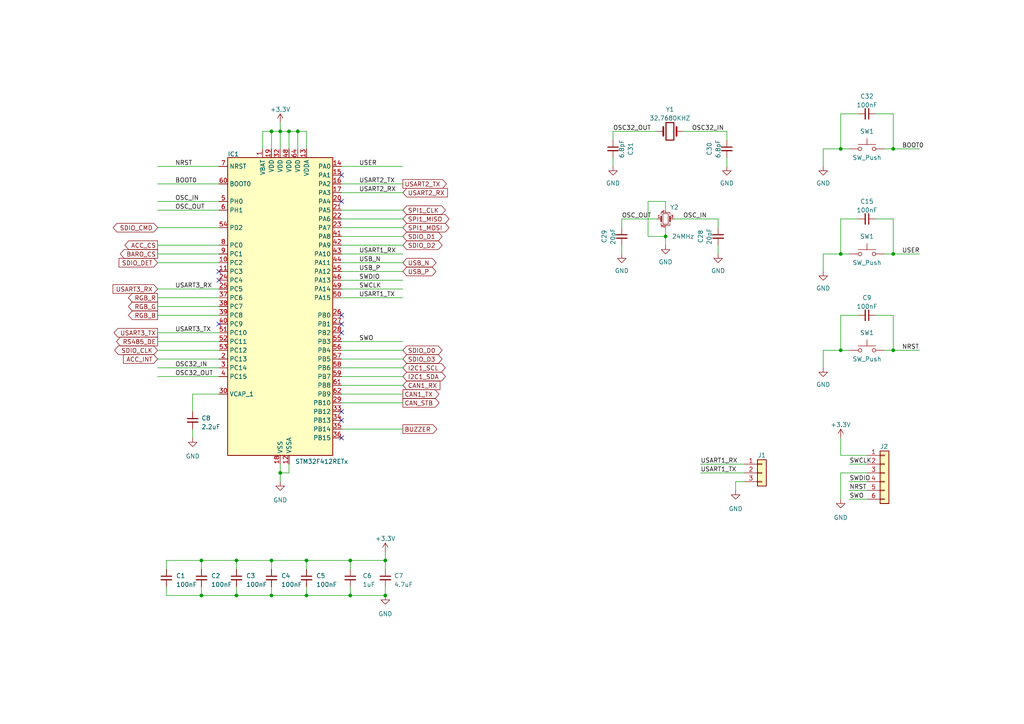
<source format=kicad_sch>
(kicad_sch (version 20230121) (generator eeschema)
  (paper "A4")
  (lib_symbols
    (symbol "Connector_Generic:Conn_01x03" (pin_names (offset 1.016) hide)
      (property "Reference" "J" (at 0 5.08 0))
      (property "Value" "Conn_01x03" (at 0 -5.08 0))
      (symbol "Conn_01x03_1_1"
        (rectangle (start -1.27 -2.413) (end 0 -2.667) (stroke (width 0.1524)))
        (rectangle (start -1.27 0.127) (end 0 -0.127) (stroke (width 0.1524)))
        (rectangle (start -1.27 2.667) (end 0 2.413) (stroke (width 0.1524)))
        (rectangle (start -1.27 3.81) (end 1.27 -3.81) (stroke (width 0.254)) (fill (type background)))
        (pin passive line (at -5.08 2.54 0) (length 3.81) (name "Pin_1") (number "1"))
        (pin passive line (at -5.08 0 0) (length 3.81) (name "Pin_2") (number "2"))
        (pin passive line (at -5.08 -2.54 0) (length 3.81) (name "Pin_3") (number "3"))
      )
    )
    (symbol "Connector_Generic:Conn_01x06" (pin_names (offset 1.016) hide)
      (property "Reference" "J" (at 0 7.62 0))
      (property "Value" "Conn_01x06" (at 0 -10.16 0))
      (symbol "Conn_01x06_1_1"
        (rectangle (start -1.27 -7.493) (end 0 -7.747) (stroke (width 0.1524)))
        (rectangle (start -1.27 -4.953) (end 0 -5.207) (stroke (width 0.1524)))
        (rectangle (start -1.27 -2.413) (end 0 -2.667) (stroke (width 0.1524)))
        (rectangle (start -1.27 0.127) (end 0 -0.127) (stroke (width 0.1524)))
        (rectangle (start -1.27 2.667) (end 0 2.413) (stroke (width 0.1524)))
        (rectangle (start -1.27 5.207) (end 0 4.953) (stroke (width 0.1524)))
        (rectangle (start -1.27 6.35) (end 1.27 -8.89) (stroke (width 0.254)) (fill (type background)))
        (pin passive line (at -5.08 5.08 0) (length 3.81) (name "Pin_1") (number "1"))
        (pin passive line (at -5.08 2.54 0) (length 3.81) (name "Pin_2") (number "2"))
        (pin passive line (at -5.08 0 0) (length 3.81) (name "Pin_3") (number "3"))
        (pin passive line (at -5.08 -2.54 0) (length 3.81) (name "Pin_4") (number "4"))
        (pin passive line (at -5.08 -5.08 0) (length 3.81) (name "Pin_5") (number "5"))
        (pin passive line (at -5.08 -7.62 0) (length 3.81) (name "Pin_6") (number "6"))
      )
    )
    (symbol "Device:C_Small" (pin_numbers hide) (pin_names (offset 0.254) hide)
      (property "Reference" "C" (at 0.254 1.778 0))
      (property "Value" "C_Small" (at 0.254 -2.032 0))
      (symbol "C_Small_0_1"
        (polyline (pts (xy -1.524 -0.508) (xy 1.524 -0.508)) (stroke (width 0.3302)))
        (polyline (pts (xy -1.524 0.508) (xy 1.524 0.508)) (stroke (width 0.3048)))
      )
      (symbol "C_Small_1_1"
        (pin passive line (at 0 2.54 270) (length 2.032) (name "~") (number "1"))
        (pin passive line (at 0 -2.54 90) (length 2.032) (name "~") (number "2"))
      )
    )
    (symbol "Device:Crystal" (pin_numbers hide) (pin_names (offset 1.016) hide)
      (property "Reference" "Y" (at 0 3.81 0))
      (property "Value" "Crystal" (at 0 -3.81 0))
      (symbol "Crystal_0_1"
        (rectangle (start -1.143 2.54) (end 1.143 -2.54) (stroke (width 0.3048)))
        (polyline (pts (xy -2.54 0) (xy -1.905 0)))
        (polyline (pts (xy -1.905 -1.27) (xy -1.905 1.27)) (stroke (width 0.508)))
        (polyline (pts (xy 1.905 -1.27) (xy 1.905 1.27)) (stroke (width 0.508)))
        (polyline (pts (xy 2.54 0) (xy 1.905 0)))
      )
      (symbol "Crystal_1_1"
        (pin passive line (at -3.81 0 0) (length 1.27) (name "1") (number "1"))
        (pin passive line (at 3.81 0 180) (length 1.27) (name "2") (number "2"))
      )
    )
    (symbol "Device:Crystal_GND24_Small" (pin_names (offset 1.016) hide)
      (property "Reference" "Y" (at 1.27 4.445 0))
      (property "Value" "Crystal_GND24_Small" (at 1.27 2.54 0))
      (symbol "Crystal_GND24_Small_0_1"
        (rectangle (start -0.762 -1.524) (end 0.762 1.524))
        (polyline (pts (xy -1.27 -0.762) (xy -1.27 0.762)) (stroke (width 0.381)))
        (polyline (pts (xy 1.27 -0.762) (xy 1.27 0.762)) (stroke (width 0.381)))
        (polyline (pts (xy -1.27 -1.27) (xy -1.27 -1.905) (xy 1.27 -1.905) (xy 1.27 -1.27)))
        (polyline (pts (xy -1.27 1.27) (xy -1.27 1.905) (xy 1.27 1.905) (xy 1.27 1.27)))
      )
      (symbol "Crystal_GND24_Small_1_1"
        (pin passive line (at -2.54 0 0) (length 1.27) (name "1") (number "1"))
        (pin passive line (at 0 -2.54 90) (length 0.635) (name "2") (number "2"))
        (pin passive line (at 2.54 0 180) (length 1.27) (name "3") (number "3"))
        (pin passive line (at 0 2.54 270) (length 0.635) (name "4") (number "4"))
      )
    )
    (symbol "MCU_ST_STM32F4:STM32F412RETx"
      (property "Reference" "U" (at -15.24 44.45 0))
      (property "Value" "STM32F412RETx" (at 10.16 44.45 0))
      (symbol "STM32F412RETx_0_1"
        (rectangle (start -15.24 -43.18) (end 15.24 43.18) (stroke (width 0.254)) (fill (type background)))
      )
      (symbol "STM32F412RETx_1_1"
        (pin power_in line (at -5.08 45.72 270) (length 2.54) (name "VBAT") (number "1"))
        (pin bidirectional line (at -17.78 12.7 0) (length 2.54) (name "PC2") (number "10"))
        (pin bidirectional line (at -17.78 10.16 0) (length 2.54) (name "PC3") (number "11"))
        (pin power_in line (at 2.54 -45.72 90) (length 2.54) (name "VSSA") (number "12"))
        (pin power_in line (at 7.62 45.72 270) (length 2.54) (name "VDDA") (number "13"))
        (pin bidirectional line (at 17.78 40.64 180) (length 2.54) (name "PA0") (number "14"))
        (pin bidirectional line (at 17.78 38.1 180) (length 2.54) (name "PA1") (number "15"))
        (pin bidirectional line (at 17.78 35.56 180) (length 2.54) (name "PA2") (number "16"))
        (pin bidirectional line (at 17.78 33.02 180) (length 2.54) (name "PA3") (number "17"))
        (pin power_in line (at 0 -45.72 90) (length 2.54) (name "VSS") (number "18"))
        (pin power_in line (at -2.54 45.72 270) (length 2.54) (name "VDD") (number "19"))
        (pin bidirectional line (at -17.78 -15.24 0) (length 2.54) (name "PC13") (number "2"))
        (pin bidirectional line (at 17.78 30.48 180) (length 2.54) (name "PA4") (number "20"))
        (pin bidirectional line (at 17.78 27.94 180) (length 2.54) (name "PA5") (number "21"))
        (pin bidirectional line (at 17.78 25.4 180) (length 2.54) (name "PA6") (number "22"))
        (pin bidirectional line (at 17.78 22.86 180) (length 2.54) (name "PA7") (number "23"))
        (pin bidirectional line (at -17.78 7.62 0) (length 2.54) (name "PC4") (number "24"))
        (pin bidirectional line (at -17.78 5.08 0) (length 2.54) (name "PC5") (number "25"))
        (pin bidirectional line (at 17.78 -2.54 180) (length 2.54) (name "PB0") (number "26"))
        (pin bidirectional line (at 17.78 -5.08 180) (length 2.54) (name "PB1") (number "27"))
        (pin bidirectional line (at 17.78 -7.62 180) (length 2.54) (name "PB2") (number "28"))
        (pin bidirectional line (at 17.78 -27.94 180) (length 2.54) (name "PB10") (number "29"))
        (pin bidirectional line (at -17.78 -17.78 0) (length 2.54) (name "PC14") (number "3"))
        (pin power_out line (at -17.78 -25.4 0) (length 2.54) (name "VCAP_1") (number "30"))
        (pin passive line (at 0 -45.72 90) (length 2.54) hide (name "VSS") (number "31"))
        (pin power_in line (at 0 45.72 270) (length 2.54) (name "VDD") (number "32"))
        (pin bidirectional line (at 17.78 -30.48 180) (length 2.54) (name "PB12") (number "33"))
        (pin bidirectional line (at 17.78 -33.02 180) (length 2.54) (name "PB13") (number "34"))
        (pin bidirectional line (at 17.78 -35.56 180) (length 2.54) (name "PB14") (number "35"))
        (pin bidirectional line (at 17.78 -38.1 180) (length 2.54) (name "PB15") (number "36"))
        (pin bidirectional line (at -17.78 2.54 0) (length 2.54) (name "PC6") (number "37"))
        (pin bidirectional line (at -17.78 0 0) (length 2.54) (name "PC7") (number "38"))
        (pin bidirectional line (at -17.78 -2.54 0) (length 2.54) (name "PC8") (number "39"))
        (pin bidirectional line (at -17.78 -20.32 0) (length 2.54) (name "PC15") (number "4"))
        (pin bidirectional line (at -17.78 -5.08 0) (length 2.54) (name "PC9") (number "40"))
        (pin bidirectional line (at 17.78 20.32 180) (length 2.54) (name "PA8") (number "41"))
        (pin bidirectional line (at 17.78 17.78 180) (length 2.54) (name "PA9") (number "42"))
        (pin bidirectional line (at 17.78 15.24 180) (length 2.54) (name "PA10") (number "43"))
        (pin bidirectional line (at 17.78 12.7 180) (length 2.54) (name "PA11") (number "44"))
        (pin bidirectional line (at 17.78 10.16 180) (length 2.54) (name "PA12") (number "45"))
        (pin bidirectional line (at 17.78 7.62 180) (length 2.54) (name "PA13") (number "46"))
        (pin passive line (at 0 -45.72 90) (length 2.54) hide (name "VSS") (number "47"))
        (pin power_in line (at 2.54 45.72 270) (length 2.54) (name "VDD") (number "48"))
        (pin bidirectional line (at 17.78 5.08 180) (length 2.54) (name "PA14") (number "49"))
        (pin bidirectional line (at -17.78 30.48 0) (length 2.54) (name "PH0") (number "5"))
        (pin bidirectional line (at 17.78 2.54 180) (length 2.54) (name "PA15") (number "50"))
        (pin bidirectional line (at -17.78 -7.62 0) (length 2.54) (name "PC10") (number "51"))
        (pin bidirectional line (at -17.78 -10.16 0) (length 2.54) (name "PC11") (number "52"))
        (pin bidirectional line (at -17.78 -12.7 0) (length 2.54) (name "PC12") (number "53"))
        (pin bidirectional line (at -17.78 22.86 0) (length 2.54) (name "PD2") (number "54"))
        (pin bidirectional line (at 17.78 -10.16 180) (length 2.54) (name "PB3") (number "55"))
        (pin bidirectional line (at 17.78 -12.7 180) (length 2.54) (name "PB4") (number "56"))
        (pin bidirectional line (at 17.78 -15.24 180) (length 2.54) (name "PB5") (number "57"))
        (pin bidirectional line (at 17.78 -17.78 180) (length 2.54) (name "PB6") (number "58"))
        (pin bidirectional line (at 17.78 -20.32 180) (length 2.54) (name "PB7") (number "59"))
        (pin bidirectional line (at -17.78 27.94 0) (length 2.54) (name "PH1") (number "6"))
        (pin input line (at -17.78 35.56 0) (length 2.54) (name "BOOT0") (number "60"))
        (pin bidirectional line (at 17.78 -22.86 180) (length 2.54) (name "PB8") (number "61"))
        (pin bidirectional line (at 17.78 -25.4 180) (length 2.54) (name "PB9") (number "62"))
        (pin passive line (at 0 -45.72 90) (length 2.54) hide (name "VSS") (number "63"))
        (pin power_in line (at 5.08 45.72 270) (length 2.54) (name "VDD") (number "64"))
        (pin input line (at -17.78 40.64 0) (length 2.54) (name "NRST") (number "7"))
        (pin bidirectional line (at -17.78 17.78 0) (length 2.54) (name "PC0") (number "8"))
        (pin bidirectional line (at -17.78 15.24 0) (length 2.54) (name "PC1") (number "9"))
      )
    )
    (symbol "Switch:SW_Push" (pin_numbers hide) (pin_names (offset 1.016) hide)
      (property "Reference" "SW" (at 1.27 2.54 0))
      (property "Value" "SW_Push" (at 0 -1.524 0))
      (symbol "SW_Push_0_1"
        (circle (center -2.032 0) (radius 0.508))
        (polyline (pts (xy 0 1.27) (xy 0 3.048)))
        (polyline (pts (xy 2.54 1.27) (xy -2.54 1.27)))
        (circle (center 2.032 0) (radius 0.508))
        (pin passive line (at -5.08 0 0) (length 2.54) (name "1") (number "1"))
        (pin passive line (at 5.08 0 180) (length 2.54) (name "2") (number "2"))
      )
    )
    (symbol "power:+3.3V" (power) (pin_names (offset 0))
      (property "Value" "+3.3V" (at 0 3.556 0))
      (symbol "+3.3V_0_1"
        (polyline (pts (xy -0.762 1.27) (xy 0 2.54)))
        (polyline (pts (xy 0 0) (xy 0 2.54)))
        (polyline (pts (xy 0 2.54) (xy 0.762 1.27)))
      )
      (symbol "+3.3V_1_1"
        (pin power_in line (at 0 0 90) (length 0) hide (name "+3.3V") (number "1"))
      )
    )
    (symbol "power:GND" (power) (pin_names (offset 0))
      (property "Value" "GND" (at 0 -3.81 0))
      (symbol "GND_0_1"
        (polyline (pts (xy 0 0) (xy 0 -1.27) (xy 1.27 -1.27) (xy 0 -2.54) (xy -1.27 -1.27) (xy 0 -1.27)))
      )
      (symbol "GND_1_1"
        (pin power_in line (at 0 0 270) (length 0) hide (name "GND") (number "1"))
      )
    )
  )
  (junction (at 78.74 38.1))
  (junction (at 78.74 162.56))
  (junction (at 111.76 162.56))
  (junction (at 81.28 38.1))
  (junction (at 259.08 101.6))
  (junction (at 101.6 162.56))
  (junction (at 81.28 137.16))
  (junction (at 88.9 162.56))
  (junction (at 243.84 43.18))
  (junction (at 111.76 172.72))
  (junction (at 193.04 68.58))
  (junction (at 88.9 172.72))
  (junction (at 259.08 43.18))
  (junction (at 68.58 162.56))
  (junction (at 68.58 172.72))
  (junction (at 101.6 172.72))
  (junction (at 243.84 73.66))
  (junction (at 243.84 101.6))
  (junction (at 58.42 172.72))
  (junction (at 86.36 38.1))
  (junction (at 58.42 162.56))
  (junction (at 83.82 38.1))
  (junction (at 259.08 73.66))
  (junction (at 78.74 172.72))
  (no_connect (at 99.06 91.44))
  (no_connect (at 63.5 78.74))
  (no_connect (at 99.06 119.38))
  (no_connect (at 63.5 93.98))
  (no_connect (at 99.06 93.98))
  (no_connect (at 63.5 81.28))
  (no_connect (at 99.06 96.52))
  (no_connect (at 99.06 50.8))
  (no_connect (at 99.06 121.92))
  (no_connect (at 99.06 58.42))
  (no_connect (at 99.06 127))
  (wire (pts (xy 99.06 76.2) (xy 116.84 76.2)))
  (wire (pts (xy 243.84 132.08) (xy 243.84 127)))
  (wire (pts (xy 68.58 162.56) (xy 68.58 165.1)))
  (wire (pts (xy 210.82 38.1) (xy 210.82 40.64)))
  (wire (pts (xy 238.76 101.6) (xy 243.84 101.6)))
  (wire (pts (xy 81.28 35.56) (xy 81.28 38.1)))
  (wire (pts (xy 259.08 101.6) (xy 256.54 101.6)))
  (wire (pts (xy 259.08 43.18) (xy 256.54 43.18)))
  (wire (pts (xy 238.76 78.74) (xy 238.76 73.66)))
  (wire (pts (xy 63.5 106.68) (xy 45.72 106.68)))
  (wire (pts (xy 99.06 55.88) (xy 116.84 55.88)))
  (wire (pts (xy 48.26 170.18) (xy 48.26 172.72)))
  (wire (pts (xy 78.74 162.56) (xy 78.74 165.1)))
  (wire (pts (xy 238.76 73.66) (xy 243.84 73.66)))
  (wire (pts (xy 68.58 162.56) (xy 58.42 162.56)))
  (wire (pts (xy 259.08 91.44) (xy 254 91.44)))
  (wire (pts (xy 45.72 104.14) (xy 63.5 104.14)))
  (wire (pts (xy 83.82 38.1) (xy 83.82 43.18)))
  (wire (pts (xy 198.12 38.1) (xy 210.82 38.1)))
  (wire (pts (xy 238.76 48.26) (xy 238.76 43.18)))
  (wire (pts (xy 99.06 116.84) (xy 116.84 116.84)))
  (wire (pts (xy 63.5 99.06) (xy 45.72 99.06)))
  (wire (pts (xy 78.74 162.56) (xy 68.58 162.56)))
  (wire (pts (xy 243.84 63.5) (xy 243.84 73.66)))
  (wire (pts (xy 99.06 111.76) (xy 116.84 111.76)))
  (wire (pts (xy 99.06 48.26) (xy 116.84 48.26)))
  (wire (pts (xy 88.9 162.56) (xy 78.74 162.56)))
  (wire (pts (xy 78.74 43.18) (xy 78.74 38.1)))
  (wire (pts (xy 259.08 33.02) (xy 259.08 43.18)))
  (wire (pts (xy 55.88 119.38) (xy 55.88 114.3)))
  (wire (pts (xy 193.04 68.58) (xy 193.04 71.12)))
  (wire (pts (xy 243.84 132.08) (xy 251.46 132.08)))
  (wire (pts (xy 99.06 86.36) (xy 116.84 86.36)))
  (wire (pts (xy 180.34 71.12) (xy 180.34 73.66)))
  (wire (pts (xy 101.6 162.56) (xy 88.9 162.56)))
  (wire (pts (xy 259.08 63.5) (xy 259.08 73.66)))
  (wire (pts (xy 81.28 38.1) (xy 78.74 38.1)))
  (wire (pts (xy 243.84 91.44) (xy 243.84 101.6)))
  (wire (pts (xy 203.2 137.16) (xy 215.9 137.16)))
  (wire (pts (xy 83.82 134.62) (xy 83.82 137.16)))
  (wire (pts (xy 99.06 68.58) (xy 116.84 68.58)))
  (wire (pts (xy 195.58 63.5) (xy 208.28 63.5)))
  (wire (pts (xy 180.34 63.5) (xy 190.5 63.5)))
  (wire (pts (xy 99.06 106.68) (xy 116.84 106.68)))
  (wire (pts (xy 243.84 33.02) (xy 243.84 43.18)))
  (wire (pts (xy 63.5 58.42) (xy 45.72 58.42)))
  (wire (pts (xy 208.28 63.5) (xy 208.28 66.04)))
  (wire (pts (xy 259.08 73.66) (xy 266.7 73.66)))
  (wire (pts (xy 243.84 33.02) (xy 248.92 33.02)))
  (wire (pts (xy 88.9 170.18) (xy 88.9 172.72)))
  (wire (pts (xy 81.28 38.1) (xy 83.82 38.1)))
  (wire (pts (xy 243.84 63.5) (xy 248.92 63.5)))
  (wire (pts (xy 101.6 172.72) (xy 111.76 172.72)))
  (wire (pts (xy 243.84 137.16) (xy 243.84 144.78)))
  (wire (pts (xy 180.34 63.5) (xy 180.34 66.04)))
  (wire (pts (xy 101.6 162.56) (xy 101.6 165.1)))
  (wire (pts (xy 99.06 104.14) (xy 116.84 104.14)))
  (wire (pts (xy 78.74 172.72) (xy 68.58 172.72)))
  (wire (pts (xy 259.08 63.5) (xy 254 63.5)))
  (wire (pts (xy 99.06 60.96) (xy 116.84 60.96)))
  (wire (pts (xy 213.36 142.24) (xy 213.36 139.7)))
  (wire (pts (xy 243.84 137.16) (xy 251.46 137.16)))
  (wire (pts (xy 45.72 83.82) (xy 63.5 83.82)))
  (wire (pts (xy 55.88 124.46) (xy 55.88 127)))
  (wire (pts (xy 81.28 137.16) (xy 81.28 139.7)))
  (wire (pts (xy 86.36 38.1) (xy 88.9 38.1)))
  (wire (pts (xy 83.82 137.16) (xy 81.28 137.16)))
  (wire (pts (xy 45.72 66.04) (xy 63.5 66.04)))
  (wire (pts (xy 99.06 73.66) (xy 116.84 73.66)))
  (wire (pts (xy 88.9 172.72) (xy 78.74 172.72)))
  (wire (pts (xy 246.38 144.78) (xy 251.46 144.78)))
  (wire (pts (xy 99.06 83.82) (xy 116.84 83.82)))
  (wire (pts (xy 111.76 162.56) (xy 101.6 162.56)))
  (wire (pts (xy 76.2 38.1) (xy 76.2 43.18)))
  (wire (pts (xy 213.36 139.7) (xy 215.9 139.7)))
  (wire (pts (xy 190.5 38.1) (xy 177.8 38.1)))
  (wire (pts (xy 246.38 73.66) (xy 243.84 73.66)))
  (wire (pts (xy 45.72 76.2) (xy 63.5 76.2)))
  (wire (pts (xy 78.74 170.18) (xy 78.74 172.72)))
  (wire (pts (xy 187.96 68.58) (xy 187.96 58.42)))
  (wire (pts (xy 259.08 33.02) (xy 254 33.02)))
  (wire (pts (xy 83.82 38.1) (xy 86.36 38.1)))
  (wire (pts (xy 187.96 58.42) (xy 193.04 58.42)))
  (wire (pts (xy 238.76 43.18) (xy 243.84 43.18)))
  (wire (pts (xy 45.72 53.34) (xy 63.5 53.34)))
  (wire (pts (xy 238.76 106.68) (xy 238.76 101.6)))
  (wire (pts (xy 208.28 71.12) (xy 208.28 73.66)))
  (wire (pts (xy 88.9 38.1) (xy 88.9 43.18)))
  (wire (pts (xy 99.06 101.6) (xy 116.84 101.6)))
  (wire (pts (xy 58.42 162.56) (xy 58.42 165.1)))
  (wire (pts (xy 81.28 134.62) (xy 81.28 137.16)))
  (wire (pts (xy 68.58 170.18) (xy 68.58 172.72)))
  (wire (pts (xy 259.08 101.6) (xy 266.7 101.6)))
  (wire (pts (xy 259.08 73.66) (xy 256.54 73.66)))
  (wire (pts (xy 246.38 101.6) (xy 243.84 101.6)))
  (wire (pts (xy 55.88 114.3) (xy 63.5 114.3)))
  (wire (pts (xy 111.76 170.18) (xy 111.76 172.72)))
  (wire (pts (xy 99.06 109.22) (xy 116.84 109.22)))
  (wire (pts (xy 101.6 172.72) (xy 88.9 172.72)))
  (wire (pts (xy 246.38 134.62) (xy 251.46 134.62)))
  (wire (pts (xy 259.08 91.44) (xy 259.08 101.6)))
  (wire (pts (xy 45.72 88.9) (xy 63.5 88.9)))
  (wire (pts (xy 193.04 66.04) (xy 193.04 68.58)))
  (wire (pts (xy 99.06 63.5) (xy 116.84 63.5)))
  (wire (pts (xy 86.36 38.1) (xy 86.36 43.18)))
  (wire (pts (xy 45.72 101.6) (xy 63.5 101.6)))
  (wire (pts (xy 177.8 45.72) (xy 177.8 48.26)))
  (wire (pts (xy 246.38 43.18) (xy 243.84 43.18)))
  (wire (pts (xy 99.06 53.34) (xy 116.84 53.34)))
  (wire (pts (xy 246.38 139.7) (xy 251.46 139.7)))
  (wire (pts (xy 48.26 172.72) (xy 58.42 172.72)))
  (wire (pts (xy 45.72 91.44) (xy 63.5 91.44)))
  (wire (pts (xy 68.58 172.72) (xy 58.42 172.72)))
  (wire (pts (xy 111.76 160.02) (xy 111.76 162.56)))
  (wire (pts (xy 58.42 162.56) (xy 48.26 162.56)))
  (wire (pts (xy 193.04 68.58) (xy 187.96 68.58)))
  (wire (pts (xy 99.06 66.04) (xy 116.84 66.04)))
  (wire (pts (xy 259.08 43.18) (xy 266.7 43.18)))
  (wire (pts (xy 48.26 162.56) (xy 48.26 165.1)))
  (wire (pts (xy 193.04 58.42) (xy 193.04 60.96)))
  (wire (pts (xy 45.72 48.26) (xy 63.5 48.26)))
  (wire (pts (xy 63.5 109.22) (xy 45.72 109.22)))
  (wire (pts (xy 243.84 91.44) (xy 248.92 91.44)))
  (wire (pts (xy 101.6 170.18) (xy 101.6 172.72)))
  (wire (pts (xy 81.28 38.1) (xy 81.28 43.18)))
  (wire (pts (xy 99.06 124.46) (xy 116.84 124.46)))
  (wire (pts (xy 99.06 99.06) (xy 116.84 99.06)))
  (wire (pts (xy 45.72 96.52) (xy 63.5 96.52)))
  (wire (pts (xy 78.74 38.1) (xy 76.2 38.1)))
  (wire (pts (xy 246.38 142.24) (xy 251.46 142.24)))
  (wire (pts (xy 63.5 60.96) (xy 45.72 60.96)))
  (wire (pts (xy 99.06 81.28) (xy 116.84 81.28)))
  (wire (pts (xy 88.9 162.56) (xy 88.9 165.1)))
  (wire (pts (xy 203.2 134.62) (xy 215.9 134.62)))
  (wire (pts (xy 177.8 38.1) (xy 177.8 40.64)))
  (wire (pts (xy 58.42 172.72) (xy 58.42 170.18)))
  (wire (pts (xy 111.76 165.1) (xy 111.76 162.56)))
  (wire (pts (xy 210.82 45.72) (xy 210.82 48.26)))
  (wire (pts (xy 99.06 71.12) (xy 116.84 71.12)))
  (wire (pts (xy 45.72 86.36) (xy 63.5 86.36)))
  (wire (pts (xy 99.06 78.74) (xy 116.84 78.74)))
  (wire (pts (xy 99.06 114.3) (xy 116.84 114.3)))
  (wire (pts (xy 45.72 71.12) (xy 63.5 71.12)))
  (wire (pts (xy 45.72 73.66) (xy 63.5 73.66)))
  (label "USB_N" (at 104.14 76.2 0))
  (label "SWCLK" (at 246.38 134.62 0))
  (label "OSC32_IN" (at 50.8 106.68 0))
  (label "USART1_RX" (at 104.14 73.66 0))
  (label "BOOT0" (at 50.8 53.34 0))
  (label "USER" (at 261.62 73.66 0))
  (label "USART2_TX" (at 104.14 53.34 0))
  (label "OSC32_OUT" (at 50.8 109.22 0))
  (label "USART1_TX" (at 104.14 86.36 0))
  (label "SWO" (at 104.14 99.06 0))
  (label "OSC_OUT" (at 180.34 63.5 0))
  (label "USER" (at 104.14 48.26 0))
  (label "OSC_IN" (at 50.8 58.42 0))
  (label "SWDIO" (at 246.38 139.7 0))
  (label "OSC_OUT" (at 50.8 60.96 0))
  (label "NRST" (at 261.62 101.6 0))
  (label "BOOT0" (at 261.62 43.18 0))
  (label "USART3_RX" (at 50.8 83.82 0))
  (label "NRST" (at 246.38 142.24 0))
  (label "SWCLK" (at 104.14 83.82 0))
  (label "USART1_TX" (at 203.2 137.16 0))
  (label "OSC32_IN" (at 200.66 38.1 0))
  (label "OSC_IN" (at 198.12 63.5 0))
  (label "SWO" (at 246.38 144.78 0))
  (label "OSC32_OUT" (at 177.8 38.1 0))
  (label "USART3_TX" (at 50.8 96.52 0))
  (label "USART2_RX" (at 104.14 55.88 0))
  (label "NRST" (at 50.8 48.26 0))
  (label "USART1_RX" (at 203.2 134.62 0))
  (label "SWDIO" (at 104.14 81.28 0))
  (label "USB_P" (at 104.14 78.74 0))
  (global_label "RS485_DE" (shape output) (at 45.72 99.06 180) (property "Intersheetrefs" "${INTERSHEET_REFS}" (effects hide)))
  (global_label "SDIO_D0" (shape bidirectional) (at 116.84 101.6 0) (property "Intersheetrefs" "${INTERSHEET_REFS}" (effects hide)))
  (global_label "USB_P" (shape bidirectional) (at 116.84 78.74 0) (property "Intersheetrefs" "${INTERSHEET_REFS}" (effects hide)))
  (global_label "USART2_RX" (shape input) (at 116.84 55.88 0) (property "Intersheetrefs" "${INTERSHEET_REFS}" (effects hide)))
  (global_label "BUZZER" (shape output) (at 116.84 124.46 0) (property "Intersheetrefs" "${INTERSHEET_REFS}" (effects hide)))
  (global_label "SPI1_MISO" (shape bidirectional) (at 116.84 63.5 0) (property "Intersheetrefs" "${INTERSHEET_REFS}" (effects hide)))
  (global_label "SDIO_D2" (shape bidirectional) (at 116.84 71.12 0) (property "Intersheetrefs" "${INTERSHEET_REFS}" (effects hide)))
  (global_label "CAN1_TX" (shape output) (at 116.84 114.3 0) (property "Intersheetrefs" "${INTERSHEET_REFS}" (effects hide)))
  (global_label "SPI1_CLK" (shape bidirectional) (at 116.84 60.96 0) (property "Intersheetrefs" "${INTERSHEET_REFS}" (effects hide)))
  (global_label "SPI1_MOSI" (shape bidirectional) (at 116.84 66.04 0) (property "Intersheetrefs" "${INTERSHEET_REFS}" (effects hide)))
  (global_label "I2C1_SDA" (shape bidirectional) (at 116.84 109.22 0) (property "Intersheetrefs" "${INTERSHEET_REFS}" (effects hide)))
  (global_label "SDIO_CMD" (shape bidirectional) (at 45.72 66.04 180) (property "Intersheetrefs" "${INTERSHEET_REFS}" (effects hide)))
  (global_label "USB_N" (shape bidirectional) (at 116.84 76.2 0) (property "Intersheetrefs" "${INTERSHEET_REFS}" (effects hide)))
  (global_label "USART3_TX" (shape output) (at 45.72 96.52 180) (property "Intersheetrefs" "${INTERSHEET_REFS}" (effects hide)))
  (global_label "ACC_CS" (shape output) (at 45.72 71.12 180) (property "Intersheetrefs" "${INTERSHEET_REFS}" (effects hide)))
  (global_label "I2C1_SCL" (shape bidirectional) (at 116.84 106.68 0) (property "Intersheetrefs" "${INTERSHEET_REFS}" (effects hide)))
  (global_label "ACC_INT" (shape input) (at 45.72 104.14 180) (property "Intersheetrefs" "${INTERSHEET_REFS}" (effects hide)))
  (global_label "USART2_TX" (shape output) (at 116.84 53.34 0) (property "Intersheetrefs" "${INTERSHEET_REFS}" (effects hide)))
  (global_label "BARO_CS" (shape output) (at 45.72 73.66 180) (property "Intersheetrefs" "${INTERSHEET_REFS}" (effects hide)))
  (global_label "SDIO_D1" (shape bidirectional) (at 116.84 68.58 0) (property "Intersheetrefs" "${INTERSHEET_REFS}" (effects hide)))
  (global_label "SDIO_DET" (shape input) (at 45.72 76.2 180) (property "Intersheetrefs" "${INTERSHEET_REFS}" (effects hide)))
  (global_label "CAN1_RX" (shape input) (at 116.84 111.76 0) (property "Intersheetrefs" "${INTERSHEET_REFS}" (effects hide)))
  (global_label "CAN_STB" (shape output) (at 116.84 116.84 0) (property "Intersheetrefs" "${INTERSHEET_REFS}" (effects hide)))
  (global_label "SDIO_CLK" (shape bidirectional) (at 45.72 101.6 180) (property "Intersheetrefs" "${INTERSHEET_REFS}" (effects hide)))
  (global_label "USART3_RX" (shape input) (at 45.72 83.82 180) (property "Intersheetrefs" "${INTERSHEET_REFS}" (effects hide)))
  (global_label "RGB_B" (shape output) (at 45.72 91.44 180) (property "Intersheetrefs" "${INTERSHEET_REFS}" (effects hide)))
  (global_label "RGB_G" (shape output) (at 45.72 88.9 180) (property "Intersheetrefs" "${INTERSHEET_REFS}" (effects hide)))
  (global_label "SDIO_D3" (shape bidirectional) (at 116.84 104.14 0) (property "Intersheetrefs" "${INTERSHEET_REFS}" (effects hide)))
  (global_label "RGB_R" (shape output) (at 45.72 86.36 180) (property "Intersheetrefs" "${INTERSHEET_REFS}" (effects hide)))
  (symbol (lib_id "power:GND") (at 213.36 142.24 0) (unit 1)
    (property "Reference" "#PWR052" (effects hide))
    (property "Value" "GND" (at 213.36 147.574 0))
  )
  (symbol (lib_id "Device:Crystal") (at 194.31 38.1 180) (unit 1)
    (property "Reference" "Y1" (at 194.31 31.75 0))
    (property "Value" "32.7680KHZ" (at 194.31 34.29 0))
    (property "Footprint" "Crystal:Crystal_SMD_EuroQuartz_EQ161-2Pin_3.2x1.5mm" (effects hide))
  )
  (symbol (lib_id "Device:C_Small") (at 78.74 167.64 0) (unit 1)
    (property "Reference" "C4" (at 81.534 167.0113 0) (effects (justify left)))
    (property "Value" "100nF" (at 81.534 169.5513 0) (effects (justify left)))
    (property "Footprint" "Capacitor_SMD:C_0402_1005Metric" (effects hide))
  )
  (symbol (lib_id "power:GND") (at 81.28 139.7 0) (unit 1)
    (property "Reference" "#PWR01" (effects hide))
    (property "Value" "GND" (at 81.28 145.034 0))
  )
  (symbol (lib_id "Device:C_Small") (at 111.76 167.64 0) (unit 1)
    (property "Reference" "C7" (at 114.3 167.0113 0) (effects (justify left)))
    (property "Value" "4.7uF" (at 114.3 169.5513 0) (effects (justify left)))
    (property "Footprint" "Capacitor_SMD:C_0603_1608Metric" (effects hide))
  )
  (symbol (lib_id "power:+3.3V") (at 243.84 127 0) (unit 1)
    (property "Reference" "#PWR06" (effects hide))
    (property "Value" "+3.3V" (at 243.84 123.19 0))
  )
  (symbol (lib_id "Device:C_Small") (at 210.82 43.18 0) (unit 1)
    (property "Reference" "C30" (at 205.74 43.1864 90))
    (property "Value" "6.8pF" (at 208.28 43.1864 90))
    (property "Footprint" "Capacitor_SMD:C_0402_1005Metric" (effects hide))
  )
  (symbol (lib_id "Device:C_Small") (at 177.8 43.18 0) (mirror y) (unit 1)
    (property "Reference" "C31" (at 182.88 43.1864 90))
    (property "Value" "6.8pF" (at 180.34 43.1864 90))
    (property "Footprint" "Capacitor_SMD:C_0402_1005Metric" (effects hide))
  )
  (symbol (lib_id "power:+3.3V") (at 81.28 35.56 0) (unit 1)
    (property "Reference" "#PWR02" (effects hide))
    (property "Value" "+3.3V" (at 81.28 31.75 0))
  )
  (symbol (lib_id "Switch:SW_Push") (at 251.46 43.18 0) (unit 1)
    (property "Reference" "SW1" (at 251.46 38.1 0))
    (property "Value" "SW_Push" (at 251.46 45.72 0))
    (property "Footprint" "Button_Switch_SMD:SW_SPST_FSMSM" (effects hide))
    (instances (project "d3vk1t" (path "" (reference "SW1") (unit 1)) (path "" (reference "SW4") (unit 1))))
  )
  (symbol (lib_id "Switch:SW_Push") (at 251.46 101.6 0) (unit 1)
    (property "Reference" "SW1" (at 251.46 96.52 0))
    (property "Value" "SW_Push" (at 251.46 104.14 0))
    (property "Footprint" "Button_Switch_SMD:SW_SPST_FSMSM" (effects hide))
    (instances (project "d3vk1t" (path "" (reference "SW1") (unit 1)) (path "" (reference "SW2") (unit 1))))
  )
  (symbol (lib_id "Device:C_Small") (at 251.46 33.02 270) (unit 1)
    (property "Reference" "C32" (at 251.4536 27.94 90))
    (property "Value" "100nF" (at 251.4536 30.48 90))
    (property "Footprint" "Capacitor_SMD:C_0402_1005Metric" (effects hide))
  )
  (symbol (lib_id "power:GND") (at 238.76 78.74 0) (unit 1)
    (property "Reference" "#PWR028" (effects hide))
    (property "Value" "GND" (at 240.8099 83.6158 0) (effects (justify right)))
  )
  (symbol (lib_id "Connector_Generic:Conn_01x06") (at 256.54 137.16 0) (unit 1)
    (property "Reference" "J2" (at 255.2264 129.5127 0) (effects (justify left)))
    (property "Value" "Conn_01x06" (effects hide))
    (property "Footprint" "Connector_PinHeader_2.54mm:PinHeader_1x06_P2.54mm_Vertical" (effects hide))
  )
  (symbol (lib_id "power:GND") (at 55.88 127 0) (unit 1)
    (property "Reference" "#PWR04" (effects hide))
    (property "Value" "GND" (at 55.88 132.334 0))
  )
  (symbol (lib_id "power:GND") (at 180.34 73.66 0) (unit 1)
    (property "Reference" "#PWR067" (effects hide))
    (property "Value" "GND" (at 182.3899 78.5358 0) (effects (justify right)))
  )
  (symbol (lib_id "power:GND") (at 238.76 106.68 0) (unit 1)
    (property "Reference" "#PWR05" (effects hide))
    (property "Value" "GND" (at 240.8099 111.5558 0) (effects (justify right)))
  )
  (symbol (lib_id "power:GND") (at 111.76 172.72 0) (unit 1)
    (property "Reference" "#PWR03" (effects hide))
    (property "Value" "GND" (at 111.76 178.054 0))
  )
  (symbol (lib_id "MCU_ST_STM32F4:STM32F412RETx") (at 81.28 88.9 0) (unit 1)
    (property "Reference" "IC1" (at 66.04 44.704 0) (effects (justify left)))
    (property "Value" "STM32F412RETx" (at 85.598 133.858 0) (effects (justify left)))
    (property "Footprint" "Package_QFP:LQFP-64_10x10mm_P0.5mm" (effects hide))
    (property "Datasheet" "https://www.st.com/resource/en/datasheet/stm32f412re.pdf" (effects hide))
  )
  (symbol (lib_id "power:+3.3V") (at 111.76 160.02 0) (unit 1)
    (property "Reference" "#PWR029" (effects hide))
    (property "Value" "+3.3V" (at 111.76 156.21 0))
  )
  (symbol (lib_id "Device:C_Small") (at 55.88 121.92 0) (unit 1)
    (property "Reference" "C8" (at 58.42 121.2913 0) (effects (justify left)))
    (property "Value" "2.2uF" (at 58.42 123.8313 0) (effects (justify left)))
    (property "Footprint" "Capacitor_SMD:C_0603_1608Metric" (effects hide))
  )
  (symbol (lib_id "power:GND") (at 177.8 48.26 0) (mirror y) (unit 1)
    (property "Reference" "#PWR070" (effects hide))
    (property "Value" "GND" (at 175.7501 53.1358 0) (effects (justify right)))
  )
  (symbol (lib_id "Device:C_Small") (at 251.46 63.5 270) (unit 1)
    (property "Reference" "C15" (at 251.4536 58.42 90))
    (property "Value" "100nF" (at 251.4536 60.96 90))
    (property "Footprint" "Capacitor_SMD:C_0402_1005Metric" (effects hide))
  )
  (symbol (lib_id "Device:C_Small") (at 88.9 167.64 0) (unit 1)
    (property "Reference" "C5" (at 91.694 167.0113 0) (effects (justify left)))
    (property "Value" "100nF" (at 91.694 169.5513 0) (effects (justify left)))
    (property "Footprint" "Capacitor_SMD:C_0402_1005Metric" (effects hide))
  )
  (symbol (lib_id "Device:C_Small") (at 251.46 91.44 270) (unit 1)
    (property "Reference" "C9" (at 251.4536 86.36 90))
    (property "Value" "100nF" (at 251.4536 88.9 90))
    (property "Footprint" "Capacitor_SMD:C_0402_1005Metric" (effects hide))
  )
  (symbol (lib_id "power:GND") (at 238.76 48.26 0) (unit 1)
    (property "Reference" "#PWR071" (effects hide))
    (property "Value" "GND" (at 240.8099 53.1358 0) (effects (justify right)))
  )
  (symbol (lib_id "power:GND") (at 243.84 144.78 0) (unit 1)
    (property "Reference" "#PWR07" (effects hide))
    (property "Value" "GND" (at 243.84 150.114 0))
  )
  (symbol (lib_id "Device:C_Small") (at 68.58 167.64 0) (unit 1)
    (property "Reference" "C3" (at 71.374 167.0113 0) (effects (justify left)))
    (property "Value" "100nF" (at 71.374 169.5513 0) (effects (justify left)))
    (property "Footprint" "Capacitor_SMD:C_0402_1005Metric" (effects hide))
  )
  (symbol (lib_id "Device:C_Small") (at 101.6 167.64 0) (unit 1)
    (property "Reference" "C6" (at 105.156 167.0113 0) (effects (justify left)))
    (property "Value" "1uF" (at 105.156 169.5513 0) (effects (justify left)))
    (property "Footprint" "Capacitor_SMD:C_0603_1608Metric" (effects hide))
  )
  (symbol (lib_id "Switch:SW_Push") (at 251.46 73.66 0) (unit 1)
    (property "Reference" "SW1" (at 251.46 68.58 0))
    (property "Value" "SW_Push" (at 251.46 76.2 0))
    (property "Footprint" "Button_Switch_SMD:SW_SPST_FSMSM" (effects hide))
    (instances (project "d3vk1t" (path "" (reference "SW1") (unit 1)) (path "" (reference "SW3") (unit 1))))
  )
  (symbol (lib_id "power:GND") (at 193.04 71.12 0) (unit 1)
    (property "Reference" "#PWR068" (effects hide))
    (property "Value" "GND" (at 195.0899 75.9958 0) (effects (justify right)))
  )
  (symbol (lib_id "power:GND") (at 210.82 48.26 0) (unit 1)
    (property "Reference" "#PWR069" (effects hide))
    (property "Value" "GND" (at 212.8699 53.1358 0) (effects (justify right)))
  )
  (symbol (lib_id "Device:C_Small") (at 48.26 167.64 0) (unit 1)
    (property "Reference" "C1" (at 51.054 167.0113 0) (effects (justify left)))
    (property "Value" "100nF" (at 51.054 169.5513 0) (effects (justify left)))
    (property "Footprint" "Capacitor_SMD:C_0402_1005Metric" (effects hide))
  )
  (symbol (lib_id "power:GND") (at 208.28 73.66 0) (unit 1)
    (property "Reference" "#PWR066" (effects hide))
    (property "Value" "GND" (at 210.3299 78.5358 0) (effects (justify right)))
  )
  (symbol (lib_id "Connector_Generic:Conn_01x03") (at 220.98 137.16 0) (unit 1)
    (property "Reference" "J1" (at 219.7685 132.0366 0) (effects (justify left)))
    (property "Value" "Conn_01x03" (effects hide))
    (property "Footprint" "Connector_PinHeader_2.54mm:PinHeader_1x03_P2.54mm_Vertical" (effects hide))
  )
  (symbol (lib_id "Device:Crystal_GND24_Small") (at 193.04 63.5 0) (unit 1)
    (property "Reference" "Y2" (at 195.5938 60.1263 0))
    (property "Value" "24MHz" (at 198.12 68.58 0))
    (property "Footprint" "Crystal:Crystal_SMD_2016-4Pin_2.0x1.6mm" (effects hide))
  )
  (symbol (lib_id "Device:C_Small") (at 208.28 68.58 0) (unit 1)
    (property "Reference" "C28" (at 203.2 68.5864 90))
    (property "Value" "20pF" (at 205.74 68.5864 90))
    (property "Footprint" "Capacitor_SMD:C_0402_1005Metric" (effects hide))
  )
  (symbol (lib_id "Device:C_Small") (at 58.42 167.64 0) (unit 1)
    (property "Reference" "C2" (at 61.214 167.0113 0) (effects (justify left)))
    (property "Value" "100nF" (at 61.214 169.5513 0) (effects (justify left)))
    (property "Footprint" "Capacitor_SMD:C_0402_1005Metric" (effects hide))
  )
  (symbol (lib_id "Device:C_Small") (at 180.34 68.58 0) (unit 1)
    (property "Reference" "C29" (at 175.26 68.5864 90))
    (property "Value" "20pF" (at 177.8 68.5864 90))
    (property "Footprint" "Capacitor_SMD:C_0402_1005Metric" (effects hide))
  )
)
</source>
